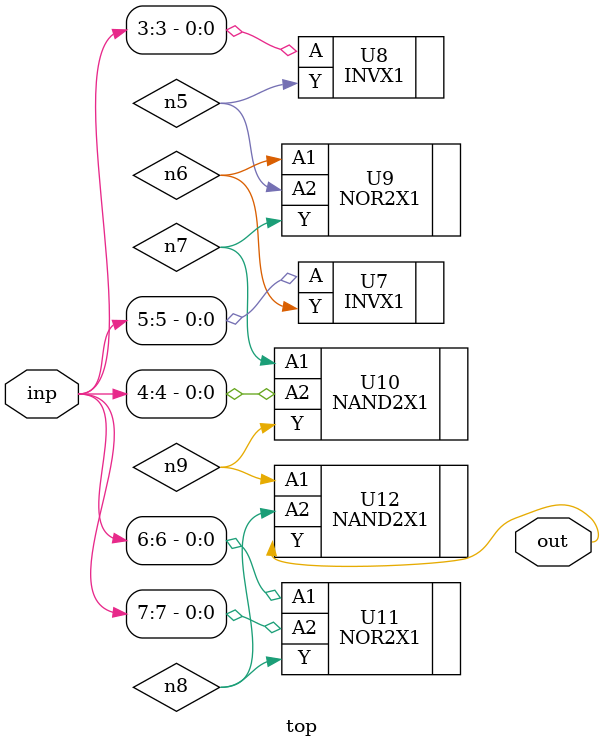
<source format=sv>


module top ( inp, out );
  input [7:0] inp;
  output out;
  wire   n5, n6, n7, n8, n9;

  INVX1 U7 ( .A(inp[5]), .Y(n6) );
  INVX1 U8 ( .A(inp[3]), .Y(n5) );
  NOR2X1 U9 ( .A1(n6), .A2(n5), .Y(n7) );
  NAND2X1 U10 ( .A1(n7), .A2(inp[4]), .Y(n9) );
  NOR2X1 U11 ( .A1(inp[6]), .A2(inp[7]), .Y(n8) );
  NAND2X1 U12 ( .A1(n9), .A2(n8), .Y(out) );
endmodule


</source>
